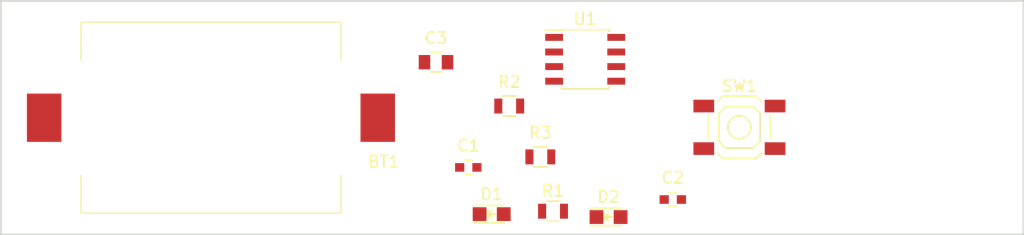
<source format=kicad_pcb>
(kicad_pcb (version 4) (host pcbnew 4.0.5+dfsg1-4)

  (general
    (links 112)
    (no_connects 112)
    (area 104.572999 118.034999 193.623001 138.505001)
    (thickness 1.6)
    (drawings 4)
    (tracks 0)
    (zones 0)
    (modules 11)
    (nets 9)
  )

  (page A4)
  (layers
    (0 F.Cu signal)
    (31 B.Cu signal)
    (32 B.Adhes user)
    (33 F.Adhes user)
    (34 B.Paste user)
    (35 F.Paste user)
    (36 B.SilkS user)
    (37 F.SilkS user)
    (38 B.Mask user)
    (39 F.Mask user)
    (40 Dwgs.User user)
    (41 Cmts.User user)
    (42 Eco1.User user)
    (43 Eco2.User user)
    (44 Edge.Cuts user)
    (45 Margin user)
    (46 B.CrtYd user)
    (47 F.CrtYd user)
    (48 B.Fab user hide)
    (49 F.Fab user hide)
  )

  (setup
    (last_trace_width 0.3048)
    (trace_clearance 0.3048)
    (zone_clearance 0.508)
    (zone_45_only no)
    (trace_min 0.2)
    (segment_width 0.2)
    (edge_width 0.15)
    (via_size 0.6)
    (via_drill 0.4)
    (via_min_size 0.4)
    (via_min_drill 0.3)
    (uvia_size 0.3)
    (uvia_drill 0.1)
    (uvias_allowed no)
    (uvia_min_size 0)
    (uvia_min_drill 0)
    (pcb_text_width 0.3)
    (pcb_text_size 1.5 1.5)
    (mod_edge_width 0.15)
    (mod_text_size 1 1)
    (mod_text_width 0.15)
    (pad_size 1.524 1.524)
    (pad_drill 0.762)
    (pad_to_mask_clearance 0.0508)
    (aux_axis_origin 0 0)
    (visible_elements FFFFFF7F)
    (pcbplotparams
      (layerselection 0x010fc_80000001)
      (usegerberextensions true)
      (excludeedgelayer true)
      (linewidth 0.100000)
      (plotframeref false)
      (viasonmask false)
      (mode 1)
      (useauxorigin false)
      (hpglpennumber 1)
      (hpglpenspeed 20)
      (hpglpendiameter 15)
      (hpglpenoverlay 2)
      (psnegative false)
      (psa4output false)
      (plotreference true)
      (plotvalue true)
      (plotinvisibletext false)
      (padsonsilk false)
      (subtractmaskfromsilk false)
      (outputformat 1)
      (mirror false)
      (drillshape 0)
      (scaleselection 1)
      (outputdirectory "Ruler REV A Gerbers/"))
  )

  (net 0 "")
  (net 1 "Net-(BT1-Pad1)")
  (net 2 GND)
  (net 3 "Net-(C1-Pad1)")
  (net 4 "Net-(C3-Pad1)")
  (net 5 "Net-(D1-Pad2)")
  (net 6 VCC)
  (net 7 "Net-(R1-Pad2)")
  (net 8 "Net-(R3-Pad2)")

  (net_class Default "This is the default net class."
    (clearance 0.3048)
    (trace_width 0.3048)
    (via_dia 0.6)
    (via_drill 0.4)
    (uvia_dia 0.3)
    (uvia_drill 0.1)
    (add_net GND)
    (add_net "Net-(BT1-Pad1)")
    (add_net "Net-(C1-Pad1)")
    (add_net "Net-(C3-Pad1)")
    (add_net "Net-(D1-Pad2)")
    (add_net "Net-(R1-Pad2)")
    (add_net "Net-(R3-Pad2)")
    (add_net VCC)
  )

  (module MOD:CR2032-BS-6-1 (layer F.Cu) (tedit 5EFBD83C) (tstamp 5EFBD88F)
    (at 122.914 128.27)
    (path /5EFBE881)
    (fp_text reference BT1 (at 15.008 3.81) (layer F.SilkS)
      (effects (font (size 1 1) (thickness 0.15)))
    )
    (fp_text value CR2032 (at 0 -0.5) (layer F.Fab)
      (effects (font (size 1 1) (thickness 0.15)))
    )
    (fp_line (start -11.3 -8.3) (end -11.3 -5) (layer F.SilkS) (width 0.1))
    (fp_line (start 11.3 -8.3) (end 11.3 -5) (layer F.SilkS) (width 0.1))
    (fp_line (start -11.3 5) (end -11.3 8.3) (layer F.SilkS) (width 0.1))
    (fp_line (start 11.3 8.3) (end 11.3 5) (layer F.SilkS) (width 0.1))
    (fp_line (start -11.3 -8.3) (end 11.3 -8.3) (layer F.SilkS) (width 0.1))
    (fp_line (start -11.3 8.3) (end 11.3 8.3) (layer F.SilkS) (width 0.1))
    (pad 1 smd rect (at 14.5 0) (size 3 4.2) (layers F.Cu F.Paste F.Mask)
      (net 1 "Net-(BT1-Pad1)"))
    (pad 2 smd rect (at -14.5 0) (size 3 4.2) (layers F.Cu F.Paste F.Mask)
      (net 2 GND))
    (model ../../../../../home/cameron/Desktop/Github/Ruler/3D/CR2032_Holder.wrl
      (at (xyz 0 0 0))
      (scale (xyz 0.394 0.394 0.394))
      (rotate (xyz 0 0 0))
    )
  )

  (module Capacitors_SMD:C_0603 (layer F.Cu) (tedit 5415D631) (tstamp 5EFBD895)
    (at 145.288 132.588)
    (descr "Capacitor SMD 0603, reflow soldering, AVX (see smccp.pdf)")
    (tags "capacitor 0603")
    (path /5EFBF568)
    (attr smd)
    (fp_text reference C1 (at 0 -1.9) (layer F.SilkS)
      (effects (font (size 1 1) (thickness 0.15)))
    )
    (fp_text value 22uF (at 0 1.9) (layer F.Fab)
      (effects (font (size 1 1) (thickness 0.15)))
    )
    (fp_line (start -0.8 0.4) (end -0.8 -0.4) (layer F.Fab) (width 0.15))
    (fp_line (start 0.8 0.4) (end -0.8 0.4) (layer F.Fab) (width 0.15))
    (fp_line (start 0.8 -0.4) (end 0.8 0.4) (layer F.Fab) (width 0.15))
    (fp_line (start -0.8 -0.4) (end 0.8 -0.4) (layer F.Fab) (width 0.15))
    (fp_line (start -1.45 -0.75) (end 1.45 -0.75) (layer F.CrtYd) (width 0.05))
    (fp_line (start -1.45 0.75) (end 1.45 0.75) (layer F.CrtYd) (width 0.05))
    (fp_line (start -1.45 -0.75) (end -1.45 0.75) (layer F.CrtYd) (width 0.05))
    (fp_line (start 1.45 -0.75) (end 1.45 0.75) (layer F.CrtYd) (width 0.05))
    (fp_line (start -0.35 -0.6) (end 0.35 -0.6) (layer F.SilkS) (width 0.15))
    (fp_line (start 0.35 0.6) (end -0.35 0.6) (layer F.SilkS) (width 0.15))
    (pad 1 smd rect (at -0.75 0) (size 0.8 0.75) (layers F.Cu F.Paste F.Mask)
      (net 3 "Net-(C1-Pad1)"))
    (pad 2 smd rect (at 0.75 0) (size 0.8 0.75) (layers F.Cu F.Paste F.Mask)
      (net 2 GND))
    (model Capacitors_SMD.3dshapes/C_0603.wrl
      (at (xyz 0 0 0))
      (scale (xyz 1 1 1))
      (rotate (xyz 0 0 0))
    )
  )

  (module Capacitors_SMD:C_0603 (layer F.Cu) (tedit 5415D631) (tstamp 5EFBD89B)
    (at 163.068 135.382)
    (descr "Capacitor SMD 0603, reflow soldering, AVX (see smccp.pdf)")
    (tags "capacitor 0603")
    (path /5EFBD9EA)
    (attr smd)
    (fp_text reference C2 (at 0 -1.9) (layer F.SilkS)
      (effects (font (size 1 1) (thickness 0.15)))
    )
    (fp_text value 22uF (at 0 1.9) (layer F.Fab)
      (effects (font (size 1 1) (thickness 0.15)))
    )
    (fp_line (start -0.8 0.4) (end -0.8 -0.4) (layer F.Fab) (width 0.15))
    (fp_line (start 0.8 0.4) (end -0.8 0.4) (layer F.Fab) (width 0.15))
    (fp_line (start 0.8 -0.4) (end 0.8 0.4) (layer F.Fab) (width 0.15))
    (fp_line (start -0.8 -0.4) (end 0.8 -0.4) (layer F.Fab) (width 0.15))
    (fp_line (start -1.45 -0.75) (end 1.45 -0.75) (layer F.CrtYd) (width 0.05))
    (fp_line (start -1.45 0.75) (end 1.45 0.75) (layer F.CrtYd) (width 0.05))
    (fp_line (start -1.45 -0.75) (end -1.45 0.75) (layer F.CrtYd) (width 0.05))
    (fp_line (start 1.45 -0.75) (end 1.45 0.75) (layer F.CrtYd) (width 0.05))
    (fp_line (start -0.35 -0.6) (end 0.35 -0.6) (layer F.SilkS) (width 0.15))
    (fp_line (start 0.35 0.6) (end -0.35 0.6) (layer F.SilkS) (width 0.15))
    (pad 1 smd rect (at -0.75 0) (size 0.8 0.75) (layers F.Cu F.Paste F.Mask)
      (net 3 "Net-(C1-Pad1)"))
    (pad 2 smd rect (at 0.75 0) (size 0.8 0.75) (layers F.Cu F.Paste F.Mask)
      (net 2 GND))
    (model Capacitors_SMD.3dshapes/C_0603.wrl
      (at (xyz 0 0 0))
      (scale (xyz 1 1 1))
      (rotate (xyz 0 0 0))
    )
  )

  (module Capacitors_SMD:C_0805 (layer F.Cu) (tedit 5415D6EA) (tstamp 5EFBD8A1)
    (at 142.478 123.444)
    (descr "Capacitor SMD 0805, reflow soldering, AVX (see smccp.pdf)")
    (tags "capacitor 0805")
    (path /5EFBD49F)
    (attr smd)
    (fp_text reference C3 (at 0 -2.1) (layer F.SilkS)
      (effects (font (size 1 1) (thickness 0.15)))
    )
    (fp_text value 10nF (at 0 2.1) (layer F.Fab)
      (effects (font (size 1 1) (thickness 0.15)))
    )
    (fp_line (start -1 0.625) (end -1 -0.625) (layer F.Fab) (width 0.15))
    (fp_line (start 1 0.625) (end -1 0.625) (layer F.Fab) (width 0.15))
    (fp_line (start 1 -0.625) (end 1 0.625) (layer F.Fab) (width 0.15))
    (fp_line (start -1 -0.625) (end 1 -0.625) (layer F.Fab) (width 0.15))
    (fp_line (start -1.8 -1) (end 1.8 -1) (layer F.CrtYd) (width 0.05))
    (fp_line (start -1.8 1) (end 1.8 1) (layer F.CrtYd) (width 0.05))
    (fp_line (start -1.8 -1) (end -1.8 1) (layer F.CrtYd) (width 0.05))
    (fp_line (start 1.8 -1) (end 1.8 1) (layer F.CrtYd) (width 0.05))
    (fp_line (start 0.5 -0.85) (end -0.5 -0.85) (layer F.SilkS) (width 0.15))
    (fp_line (start -0.5 0.85) (end 0.5 0.85) (layer F.SilkS) (width 0.15))
    (pad 1 smd rect (at -1 0) (size 1 1.25) (layers F.Cu F.Paste F.Mask)
      (net 4 "Net-(C3-Pad1)"))
    (pad 2 smd rect (at 1 0) (size 1 1.25) (layers F.Cu F.Paste F.Mask)
      (net 2 GND))
    (model Capacitors_SMD.3dshapes/C_0805.wrl
      (at (xyz 0 0 0))
      (scale (xyz 1 1 1))
      (rotate (xyz 0 0 0))
    )
  )

  (module LEDs:LED_0805 (layer F.Cu) (tedit 55BDE1C2) (tstamp 5EFBD8A7)
    (at 147.32 136.652)
    (descr "LED 0805 smd package")
    (tags "LED 0805 SMD")
    (path /5EFBCEDE)
    (attr smd)
    (fp_text reference D1 (at 0 -1.75) (layer F.SilkS)
      (effects (font (size 1 1) (thickness 0.15)))
    )
    (fp_text value BLUE (at 0 1.75) (layer F.Fab)
      (effects (font (size 1 1) (thickness 0.15)))
    )
    (fp_line (start -0.4 -0.3) (end -0.4 0.3) (layer F.Fab) (width 0.15))
    (fp_line (start -0.3 0) (end 0 -0.3) (layer F.Fab) (width 0.15))
    (fp_line (start 0 0.3) (end -0.3 0) (layer F.Fab) (width 0.15))
    (fp_line (start 0 -0.3) (end 0 0.3) (layer F.Fab) (width 0.15))
    (fp_line (start 1 -0.6) (end -1 -0.6) (layer F.Fab) (width 0.15))
    (fp_line (start 1 0.6) (end 1 -0.6) (layer F.Fab) (width 0.15))
    (fp_line (start -1 0.6) (end 1 0.6) (layer F.Fab) (width 0.15))
    (fp_line (start -1 -0.6) (end -1 0.6) (layer F.Fab) (width 0.15))
    (fp_line (start -1.6 0.75) (end 1.1 0.75) (layer F.SilkS) (width 0.15))
    (fp_line (start -1.6 -0.75) (end 1.1 -0.75) (layer F.SilkS) (width 0.15))
    (fp_line (start -0.1 0.15) (end -0.1 -0.1) (layer F.SilkS) (width 0.15))
    (fp_line (start -0.1 -0.1) (end -0.25 0.05) (layer F.SilkS) (width 0.15))
    (fp_line (start -0.35 -0.35) (end -0.35 0.35) (layer F.SilkS) (width 0.15))
    (fp_line (start 0 0) (end 0.35 0) (layer F.SilkS) (width 0.15))
    (fp_line (start -0.35 0) (end 0 -0.35) (layer F.SilkS) (width 0.15))
    (fp_line (start 0 -0.35) (end 0 0.35) (layer F.SilkS) (width 0.15))
    (fp_line (start 0 0.35) (end -0.35 0) (layer F.SilkS) (width 0.15))
    (fp_line (start 1.9 -0.95) (end 1.9 0.95) (layer F.CrtYd) (width 0.05))
    (fp_line (start 1.9 0.95) (end -1.9 0.95) (layer F.CrtYd) (width 0.05))
    (fp_line (start -1.9 0.95) (end -1.9 -0.95) (layer F.CrtYd) (width 0.05))
    (fp_line (start -1.9 -0.95) (end 1.9 -0.95) (layer F.CrtYd) (width 0.05))
    (pad 2 smd rect (at 1.04902 0 180) (size 1.19888 1.19888) (layers F.Cu F.Paste F.Mask)
      (net 5 "Net-(D1-Pad2)"))
    (pad 1 smd rect (at -1.04902 0 180) (size 1.19888 1.19888) (layers F.Cu F.Paste F.Mask)
      (net 2 GND))
    (model LEDs.3dshapes/LED_0805.wrl
      (at (xyz 0 0 0))
      (scale (xyz 1 1 1))
      (rotate (xyz 0 0 0))
    )
  )

  (module LEDs:LED_0805 (layer F.Cu) (tedit 55BDE1C2) (tstamp 5EFBD8AD)
    (at 157.48 136.906)
    (descr "LED 0805 smd package")
    (tags "LED 0805 SMD")
    (path /5EFBCF79)
    (attr smd)
    (fp_text reference D2 (at 0 -1.75) (layer F.SilkS)
      (effects (font (size 1 1) (thickness 0.15)))
    )
    (fp_text value YLW (at 0 1.75) (layer F.Fab)
      (effects (font (size 1 1) (thickness 0.15)))
    )
    (fp_line (start -0.4 -0.3) (end -0.4 0.3) (layer F.Fab) (width 0.15))
    (fp_line (start -0.3 0) (end 0 -0.3) (layer F.Fab) (width 0.15))
    (fp_line (start 0 0.3) (end -0.3 0) (layer F.Fab) (width 0.15))
    (fp_line (start 0 -0.3) (end 0 0.3) (layer F.Fab) (width 0.15))
    (fp_line (start 1 -0.6) (end -1 -0.6) (layer F.Fab) (width 0.15))
    (fp_line (start 1 0.6) (end 1 -0.6) (layer F.Fab) (width 0.15))
    (fp_line (start -1 0.6) (end 1 0.6) (layer F.Fab) (width 0.15))
    (fp_line (start -1 -0.6) (end -1 0.6) (layer F.Fab) (width 0.15))
    (fp_line (start -1.6 0.75) (end 1.1 0.75) (layer F.SilkS) (width 0.15))
    (fp_line (start -1.6 -0.75) (end 1.1 -0.75) (layer F.SilkS) (width 0.15))
    (fp_line (start -0.1 0.15) (end -0.1 -0.1) (layer F.SilkS) (width 0.15))
    (fp_line (start -0.1 -0.1) (end -0.25 0.05) (layer F.SilkS) (width 0.15))
    (fp_line (start -0.35 -0.35) (end -0.35 0.35) (layer F.SilkS) (width 0.15))
    (fp_line (start 0 0) (end 0.35 0) (layer F.SilkS) (width 0.15))
    (fp_line (start -0.35 0) (end 0 -0.35) (layer F.SilkS) (width 0.15))
    (fp_line (start 0 -0.35) (end 0 0.35) (layer F.SilkS) (width 0.15))
    (fp_line (start 0 0.35) (end -0.35 0) (layer F.SilkS) (width 0.15))
    (fp_line (start 1.9 -0.95) (end 1.9 0.95) (layer F.CrtYd) (width 0.05))
    (fp_line (start 1.9 0.95) (end -1.9 0.95) (layer F.CrtYd) (width 0.05))
    (fp_line (start -1.9 0.95) (end -1.9 -0.95) (layer F.CrtYd) (width 0.05))
    (fp_line (start -1.9 -0.95) (end 1.9 -0.95) (layer F.CrtYd) (width 0.05))
    (pad 2 smd rect (at 1.04902 0 180) (size 1.19888 1.19888) (layers F.Cu F.Paste F.Mask)
      (net 2 GND))
    (pad 1 smd rect (at -1.04902 0 180) (size 1.19888 1.19888) (layers F.Cu F.Paste F.Mask)
      (net 5 "Net-(D1-Pad2)"))
    (model LEDs.3dshapes/LED_0805.wrl
      (at (xyz 0 0 0))
      (scale (xyz 1 1 1))
      (rotate (xyz 0 0 0))
    )
  )

  (module Resistors_SMD:R_0805 (layer F.Cu) (tedit 58307B54) (tstamp 5EFBD8B3)
    (at 152.654 136.398)
    (descr "Resistor SMD 0805, reflow soldering, Vishay (see dcrcw.pdf)")
    (tags "resistor 0805")
    (path /5EFBD6A4)
    (attr smd)
    (fp_text reference R1 (at 0 -1.778) (layer F.SilkS)
      (effects (font (size 1 1) (thickness 0.15)))
    )
    (fp_text value 10K (at 0 2.1) (layer F.Fab)
      (effects (font (size 1 1) (thickness 0.15)))
    )
    (fp_line (start -1 0.625) (end -1 -0.625) (layer F.Fab) (width 0.1))
    (fp_line (start 1 0.625) (end -1 0.625) (layer F.Fab) (width 0.1))
    (fp_line (start 1 -0.625) (end 1 0.625) (layer F.Fab) (width 0.1))
    (fp_line (start -1 -0.625) (end 1 -0.625) (layer F.Fab) (width 0.1))
    (fp_line (start -1.6 -1) (end 1.6 -1) (layer F.CrtYd) (width 0.05))
    (fp_line (start -1.6 1) (end 1.6 1) (layer F.CrtYd) (width 0.05))
    (fp_line (start -1.6 -1) (end -1.6 1) (layer F.CrtYd) (width 0.05))
    (fp_line (start 1.6 -1) (end 1.6 1) (layer F.CrtYd) (width 0.05))
    (fp_line (start 0.6 0.875) (end -0.6 0.875) (layer F.SilkS) (width 0.15))
    (fp_line (start -0.6 -0.875) (end 0.6 -0.875) (layer F.SilkS) (width 0.15))
    (pad 1 smd rect (at -0.95 0) (size 0.7 1.3) (layers F.Cu F.Paste F.Mask)
      (net 6 VCC))
    (pad 2 smd rect (at 0.95 0) (size 0.7 1.3) (layers F.Cu F.Paste F.Mask)
      (net 7 "Net-(R1-Pad2)"))
    (model Resistors_SMD.3dshapes/R_0805.wrl
      (at (xyz 0 0 0))
      (scale (xyz 1 1 1))
      (rotate (xyz 0 0 0))
    )
  )

  (module Resistors_SMD:R_0805 (layer F.Cu) (tedit 58307B54) (tstamp 5EFBD8B9)
    (at 148.844 127.254)
    (descr "Resistor SMD 0805, reflow soldering, Vishay (see dcrcw.pdf)")
    (tags "resistor 0805")
    (path /5EFBD7A8)
    (attr smd)
    (fp_text reference R2 (at 0 -2.1) (layer F.SilkS)
      (effects (font (size 1 1) (thickness 0.15)))
    )
    (fp_text value 10K (at 0 2.1) (layer F.Fab)
      (effects (font (size 1 1) (thickness 0.15)))
    )
    (fp_line (start -1 0.625) (end -1 -0.625) (layer F.Fab) (width 0.1))
    (fp_line (start 1 0.625) (end -1 0.625) (layer F.Fab) (width 0.1))
    (fp_line (start 1 -0.625) (end 1 0.625) (layer F.Fab) (width 0.1))
    (fp_line (start -1 -0.625) (end 1 -0.625) (layer F.Fab) (width 0.1))
    (fp_line (start -1.6 -1) (end 1.6 -1) (layer F.CrtYd) (width 0.05))
    (fp_line (start -1.6 1) (end 1.6 1) (layer F.CrtYd) (width 0.05))
    (fp_line (start -1.6 -1) (end -1.6 1) (layer F.CrtYd) (width 0.05))
    (fp_line (start 1.6 -1) (end 1.6 1) (layer F.CrtYd) (width 0.05))
    (fp_line (start 0.6 0.875) (end -0.6 0.875) (layer F.SilkS) (width 0.15))
    (fp_line (start -0.6 -0.875) (end 0.6 -0.875) (layer F.SilkS) (width 0.15))
    (pad 1 smd rect (at -0.95 0) (size 0.7 1.3) (layers F.Cu F.Paste F.Mask)
      (net 7 "Net-(R1-Pad2)"))
    (pad 2 smd rect (at 0.95 0) (size 0.7 1.3) (layers F.Cu F.Paste F.Mask)
      (net 3 "Net-(C1-Pad1)"))
    (model Resistors_SMD.3dshapes/R_0805.wrl
      (at (xyz 0 0 0))
      (scale (xyz 1 1 1))
      (rotate (xyz 0 0 0))
    )
  )

  (module Resistors_SMD:R_0805 (layer F.Cu) (tedit 58307B54) (tstamp 5EFBD8BF)
    (at 151.5491 131.6736)
    (descr "Resistor SMD 0805, reflow soldering, Vishay (see dcrcw.pdf)")
    (tags "resistor 0805")
    (path /5EFBDECB)
    (attr smd)
    (fp_text reference R3 (at 0 -2.1) (layer F.SilkS)
      (effects (font (size 1 1) (thickness 0.15)))
    )
    (fp_text value 1K (at 0 2.1) (layer F.Fab)
      (effects (font (size 1 1) (thickness 0.15)))
    )
    (fp_line (start -1 0.625) (end -1 -0.625) (layer F.Fab) (width 0.1))
    (fp_line (start 1 0.625) (end -1 0.625) (layer F.Fab) (width 0.1))
    (fp_line (start 1 -0.625) (end 1 0.625) (layer F.Fab) (width 0.1))
    (fp_line (start -1 -0.625) (end 1 -0.625) (layer F.Fab) (width 0.1))
    (fp_line (start -1.6 -1) (end 1.6 -1) (layer F.CrtYd) (width 0.05))
    (fp_line (start -1.6 1) (end 1.6 1) (layer F.CrtYd) (width 0.05))
    (fp_line (start -1.6 -1) (end -1.6 1) (layer F.CrtYd) (width 0.05))
    (fp_line (start 1.6 -1) (end 1.6 1) (layer F.CrtYd) (width 0.05))
    (fp_line (start 0.6 0.875) (end -0.6 0.875) (layer F.SilkS) (width 0.15))
    (fp_line (start -0.6 -0.875) (end 0.6 -0.875) (layer F.SilkS) (width 0.15))
    (pad 1 smd rect (at -0.95 0) (size 0.7 1.3) (layers F.Cu F.Paste F.Mask)
      (net 5 "Net-(D1-Pad2)"))
    (pad 2 smd rect (at 0.95 0) (size 0.7 1.3) (layers F.Cu F.Paste F.Mask)
      (net 8 "Net-(R3-Pad2)"))
    (model Resistors_SMD.3dshapes/R_0805.wrl
      (at (xyz 0 0 0))
      (scale (xyz 1 1 1))
      (rotate (xyz 0 0 0))
    )
  )

  (module Buttons_Switches_SMD:SW_SPST_SKQG (layer F.Cu) (tedit 56EC5E16) (tstamp 5EFBD8C7)
    (at 168.858 129.104)
    (descr "ALPS 5.2mm Square Low-profile TACT Switch (SMD)")
    (tags "SPST Button Switch")
    (path /5EFBE440)
    (attr smd)
    (fp_text reference SW1 (at 0 -3.6) (layer F.SilkS)
      (effects (font (size 1 1) (thickness 0.15)))
    )
    (fp_text value Push_SW (at 0 3.7) (layer F.Fab)
      (effects (font (size 1 1) (thickness 0.15)))
    )
    (fp_line (start -4.25 -2.95) (end -4.25 2.95) (layer F.CrtYd) (width 0.05))
    (fp_line (start 4.25 -2.95) (end -4.25 -2.95) (layer F.CrtYd) (width 0.05))
    (fp_line (start 4.25 2.95) (end 4.25 -2.95) (layer F.CrtYd) (width 0.05))
    (fp_line (start -4.25 2.95) (end 4.25 2.95) (layer F.CrtYd) (width 0.05))
    (fp_circle (center 0 0) (end 1 0) (layer F.SilkS) (width 0.15))
    (fp_line (start -1.2 -1.8) (end 1.2 -1.8) (layer F.SilkS) (width 0.15))
    (fp_line (start -1.8 -1.2) (end -1.2 -1.8) (layer F.SilkS) (width 0.15))
    (fp_line (start -1.8 1.2) (end -1.8 -1.2) (layer F.SilkS) (width 0.15))
    (fp_line (start -1.2 1.8) (end -1.8 1.2) (layer F.SilkS) (width 0.15))
    (fp_line (start 1.2 1.8) (end -1.2 1.8) (layer F.SilkS) (width 0.15))
    (fp_line (start 1.8 1.2) (end 1.2 1.8) (layer F.SilkS) (width 0.15))
    (fp_line (start 1.8 -1.2) (end 1.8 1.2) (layer F.SilkS) (width 0.15))
    (fp_line (start 1.2 -1.8) (end 1.8 -1.2) (layer F.SilkS) (width 0.15))
    (fp_line (start -1.45 -2.7) (end 1.45 -2.7) (layer F.SilkS) (width 0.15))
    (fp_line (start -1.9 -2.25) (end -1.45 -2.7) (layer F.SilkS) (width 0.15))
    (fp_line (start -2.7 1) (end -2.7 -1) (layer F.SilkS) (width 0.15))
    (fp_line (start -1.45 2.7) (end -1.9 2.25) (layer F.SilkS) (width 0.15))
    (fp_line (start 1.45 2.7) (end -1.45 2.7) (layer F.SilkS) (width 0.15))
    (fp_line (start 1.9 2.25) (end 1.45 2.7) (layer F.SilkS) (width 0.15))
    (fp_line (start 2.7 -1) (end 2.7 1) (layer F.SilkS) (width 0.15))
    (fp_line (start 1.45 -2.7) (end 1.9 -2.25) (layer F.SilkS) (width 0.15))
    (pad 1 smd rect (at -3.1 -1.85) (size 1.8 1.1) (layers F.Cu F.Paste F.Mask)
      (net 1 "Net-(BT1-Pad1)"))
    (pad 1 smd rect (at 3.1 -1.85) (size 1.8 1.1) (layers F.Cu F.Paste F.Mask)
      (net 1 "Net-(BT1-Pad1)"))
    (pad 2 smd rect (at -3.1 1.85) (size 1.8 1.1) (layers F.Cu F.Paste F.Mask)
      (net 6 VCC))
    (pad 2 smd rect (at 3.1 1.85) (size 1.8 1.1) (layers F.Cu F.Paste F.Mask)
      (net 6 VCC))
  )

  (module Housings_SOIC:SOIC-8_3.9x4.9mm_Pitch1.27mm (layer F.Cu) (tedit 54130A77) (tstamp 5EFBD8D3)
    (at 155.448 123.19)
    (descr "8-Lead Plastic Small Outline (SN) - Narrow, 3.90 mm Body [SOIC] (see Microchip Packaging Specification 00000049BS.pdf)")
    (tags "SOIC 1.27")
    (path /5EFBD321)
    (attr smd)
    (fp_text reference U1 (at 0 -3.5) (layer F.SilkS)
      (effects (font (size 1 1) (thickness 0.15)))
    )
    (fp_text value NE555DR (at 0 3.5) (layer F.Fab)
      (effects (font (size 1 1) (thickness 0.15)))
    )
    (fp_line (start -0.95 -2.45) (end 1.95 -2.45) (layer F.Fab) (width 0.15))
    (fp_line (start 1.95 -2.45) (end 1.95 2.45) (layer F.Fab) (width 0.15))
    (fp_line (start 1.95 2.45) (end -1.95 2.45) (layer F.Fab) (width 0.15))
    (fp_line (start -1.95 2.45) (end -1.95 -1.45) (layer F.Fab) (width 0.15))
    (fp_line (start -1.95 -1.45) (end -0.95 -2.45) (layer F.Fab) (width 0.15))
    (fp_line (start -3.75 -2.75) (end -3.75 2.75) (layer F.CrtYd) (width 0.05))
    (fp_line (start 3.75 -2.75) (end 3.75 2.75) (layer F.CrtYd) (width 0.05))
    (fp_line (start -3.75 -2.75) (end 3.75 -2.75) (layer F.CrtYd) (width 0.05))
    (fp_line (start -3.75 2.75) (end 3.75 2.75) (layer F.CrtYd) (width 0.05))
    (fp_line (start -2.075 -2.575) (end -2.075 -2.525) (layer F.SilkS) (width 0.15))
    (fp_line (start 2.075 -2.575) (end 2.075 -2.43) (layer F.SilkS) (width 0.15))
    (fp_line (start 2.075 2.575) (end 2.075 2.43) (layer F.SilkS) (width 0.15))
    (fp_line (start -2.075 2.575) (end -2.075 2.43) (layer F.SilkS) (width 0.15))
    (fp_line (start -2.075 -2.575) (end 2.075 -2.575) (layer F.SilkS) (width 0.15))
    (fp_line (start -2.075 2.575) (end 2.075 2.575) (layer F.SilkS) (width 0.15))
    (fp_line (start -2.075 -2.525) (end -3.475 -2.525) (layer F.SilkS) (width 0.15))
    (pad 1 smd rect (at -2.7 -1.905) (size 1.55 0.6) (layers F.Cu F.Paste F.Mask)
      (net 2 GND))
    (pad 2 smd rect (at -2.7 -0.635) (size 1.55 0.6) (layers F.Cu F.Paste F.Mask)
      (net 3 "Net-(C1-Pad1)"))
    (pad 3 smd rect (at -2.7 0.635) (size 1.55 0.6) (layers F.Cu F.Paste F.Mask)
      (net 8 "Net-(R3-Pad2)"))
    (pad 4 smd rect (at -2.7 1.905) (size 1.55 0.6) (layers F.Cu F.Paste F.Mask)
      (net 6 VCC))
    (pad 5 smd rect (at 2.7 1.905) (size 1.55 0.6) (layers F.Cu F.Paste F.Mask)
      (net 4 "Net-(C3-Pad1)"))
    (pad 6 smd rect (at 2.7 0.635) (size 1.55 0.6) (layers F.Cu F.Paste F.Mask)
      (net 3 "Net-(C1-Pad1)"))
    (pad 7 smd rect (at 2.7 -0.635) (size 1.55 0.6) (layers F.Cu F.Paste F.Mask)
      (net 7 "Net-(R1-Pad2)"))
    (pad 8 smd rect (at 2.7 -1.905) (size 1.55 0.6) (layers F.Cu F.Paste F.Mask)
      (net 6 VCC))
    (model Housings_SOIC.3dshapes/SOIC-8_3.9x4.9mm_Pitch1.27mm.wrl
      (at (xyz 0 0 0))
      (scale (xyz 1 1 1))
      (rotate (xyz 0 0 0))
    )
  )

  (gr_line (start 104.648 118.11) (end 193.548 118.11) (layer Edge.Cuts) (width 0.15) (tstamp 5EFBF473))
  (gr_line (start 104.648 138.43) (end 193.548 138.43) (layer Edge.Cuts) (width 0.15) (tstamp 5EFBE18C))
  (gr_line (start 193.548 118.11) (end 193.548 138.43) (layer Edge.Cuts) (width 0.15) (tstamp 5EFBD949))
  (gr_line (start 104.648 118.11) (end 104.648 138.43) (layer Edge.Cuts) (width 0.15))

)

</source>
